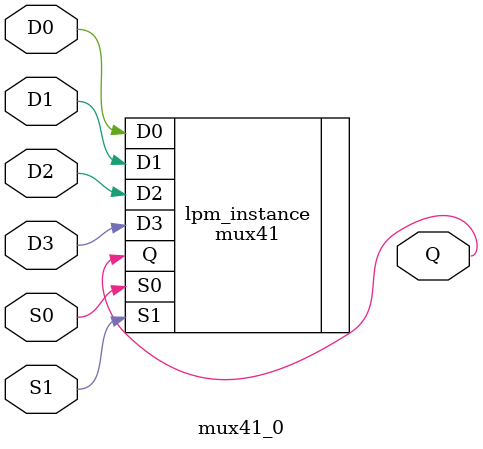
<source format=v>



module mux41_0(S0,D2,S1,D3,D0,D1,Q);
input S0;
input D2;
input S1;
input D3;
input D0;
input D1;
output Q;

mux41	lpm_instance(.S0(S0),.D2(D2),.S1(S1),.D3(D3),.D0(D0),.D1(D1),.Q(Q));

endmodule

</source>
